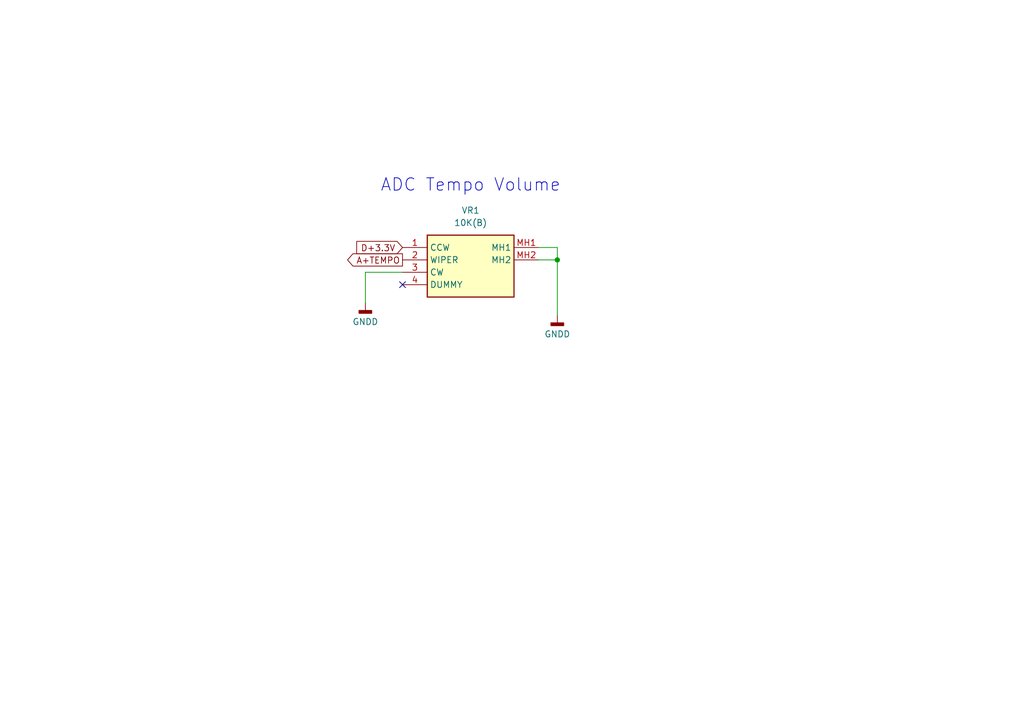
<source format=kicad_sch>
(kicad_sch (version 20231120) (generator "eeschema") (generator_version "8.0")
  (paper "A5")
  (lib_symbols
    (symbol "SamacSys_Parts:PTV111-4420A-B502"
      (property "Reference" "VR" (at 24.13 7.62 0))
      (property "Value" "PTV111-4420A-B502" (at 24.13 5.08 0))
      (symbol "PTV111-4420A-B502_1_1"
        (rectangle (start 5.08 2.54) (end 22.86 -10.16) (stroke (width 0.254)) (fill (type background)))
        (pin passive line (at 0 0 0) (length 5.08) (name "CCW") (number "1"))
        (pin passive line (at 0 -2.54 0) (length 5.08) (name "WIPER") (number "2"))
        (pin passive line (at 0 -5.08 0) (length 5.08) (name "CW") (number "3"))
        (pin passive line (at 0 -7.62 0) (length 5.08) (name "DUMMY") (number "4"))
        (pin passive line (at 27.94 0 180) (length 5.08) (name "MH1") (number "MH1"))
        (pin passive line (at 27.94 -2.54 180) (length 5.08) (name "MH2") (number "MH2"))
      )
    )
    (symbol "power:GNDD" (power) (pin_numbers hide) (pin_names (offset 0) hide)
      (property "Value" "GNDD" (at 0 -3.175 0))
      (symbol "GNDD_0_1"
        (rectangle (start -1.27 -1.524) (end 1.27 -2.032) (stroke (width 0.254)) (fill (type outline)))
        (polyline (pts (xy 0 0) (xy 0 -1.524)))
      )
      (symbol "GNDD_1_1"
        (pin power_in line (at 0 0 270) (length 0) (name "~") (number "1"))
      )
    )
  )
  (junction (at 114.3 53.34))
  (no_connect (at 82.55 58.42))
  (wire (pts (xy 82.55 55.88) (xy 74.93 55.88)))
  (wire (pts (xy 114.3 50.8) (xy 114.3 53.34)))
  (wire (pts (xy 74.93 55.88) (xy 74.93 62.23)))
  (wire (pts (xy 114.3 53.34) (xy 114.3 64.77)))
  (wire (pts (xy 110.49 53.34) (xy 114.3 53.34)))
  (wire (pts (xy 110.49 50.8) (xy 114.3 50.8)))
  (text "ADC Tempo Volume" (at 77.978 38.1 0) (effects (font (size 2.54 2.54)) (justify left)))
  (global_label "A+TEMPO" (shape output) (at 82.55 53.34 180) (property "Intersheetrefs" "${INTERSHEET_REFS}" (effects (hide yes))))
  (global_label "D+3.3V" (shape input) (at 82.55 50.8 180) (property "Intersheetrefs" "${INTERSHEET_REFS}" (effects (hide yes))))
  (symbol (lib_id "power:GNDD") (at 74.93 62.23 0) (unit 1)
    (property "Reference" "#PWR03" (effects (hide yes)))
    (property "Value" "GNDD" (at 74.93 66.04 0))
    (property "Description" "Power symbol creates a global label with name \"GNDD\" , digital ground" (effects (hide yes)))
  )
  (symbol (lib_id "SamacSys_Parts:PTV111-4420A-B502") (at 82.55 50.8 0) (unit 1)
    (property "Reference" "VR1" (at 96.52 43.18 0))
    (property "Value" "10K(B)" (at 96.52 45.72 0))
    (property "Footprint" "SamacSys_Parts:PTV1113420AA103" (effects (hide yes)))
    (property "Datasheet" "https://www.bourns.com/docs/product-datasheets/PTVPTT.pdf" (effects (hide yes)))
    (property "Description" "5k Ohm 1 Gang Linear Through Hole, Snap In Potentiometer None 1.0 Kierros Carbon 0.05W, 1/20W PC Pins, Board Locks" (effects (hide yes)))
    (property "Height" "20" (effects (hide yes)))
    (property "Manufacturer_Name" "Bourns" (effects (hide yes)))
    (property "Manufacturer_Part_Number" "PTV111-4420A-B502" (effects (hide yes)))
    (property "Mouser Part Number" "652-PTV111-4420AB502" (effects (hide yes)))
    (property "Mouser Price/Stock" "https://www.mouser.co.uk/ProductDetail/Bourns/PTV111-4420A-B502?qs=nqw9FAyaR8OOVZC7sUNEIQ%3D%3D" (effects (hide yes)))
    (property "Arrow Part Number" "PTV111-4420A-B502" (effects (hide yes)))
    (property "Arrow Price/Stock" "https://www.arrow.com/en/products/ptv111-4420a-b502/bourns?region=nac" (effects (hide yes)))
  )
  (symbol (lib_id "power:GNDD") (at 114.3 64.77 0) (unit 1)
    (property "Reference" "#PWR04" (effects (hide yes)))
    (property "Value" "GNDD" (at 114.3 68.58 0))
    (property "Description" "Power symbol creates a global label with name \"GNDD\" , digital ground" (effects (hide yes)))
  )
)
</source>
